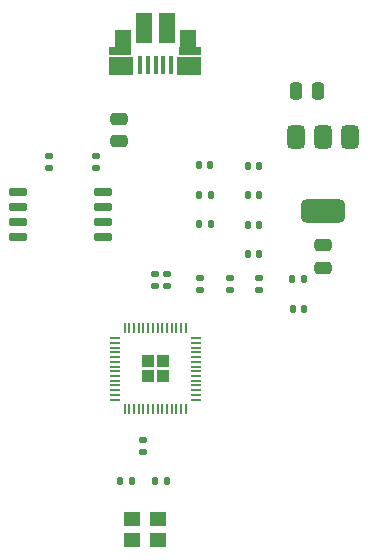
<source format=gtp>
G04 #@! TF.GenerationSoftware,KiCad,Pcbnew,8.0.9-1.fc41*
G04 #@! TF.CreationDate,2025-06-25T22:37:00-07:00*
G04 #@! TF.ProjectId,rp2040_custom_devboard,72703230-3430-45f6-9375-73746f6d5f64,rev?*
G04 #@! TF.SameCoordinates,Original*
G04 #@! TF.FileFunction,Paste,Top*
G04 #@! TF.FilePolarity,Positive*
%FSLAX46Y46*%
G04 Gerber Fmt 4.6, Leading zero omitted, Abs format (unit mm)*
G04 Created by KiCad (PCBNEW 8.0.9-1.fc41) date 2025-06-25 22:37:00*
%MOMM*%
%LPD*%
G01*
G04 APERTURE LIST*
G04 Aperture macros list*
%AMRoundRect*
0 Rectangle with rounded corners*
0 $1 Rounding radius*
0 $2 $3 $4 $5 $6 $7 $8 $9 X,Y pos of 4 corners*
0 Add a 4 corners polygon primitive as box body*
4,1,4,$2,$3,$4,$5,$6,$7,$8,$9,$2,$3,0*
0 Add four circle primitives for the rounded corners*
1,1,$1+$1,$2,$3*
1,1,$1+$1,$4,$5*
1,1,$1+$1,$6,$7*
1,1,$1+$1,$8,$9*
0 Add four rect primitives between the rounded corners*
20,1,$1+$1,$2,$3,$4,$5,0*
20,1,$1+$1,$4,$5,$6,$7,0*
20,1,$1+$1,$6,$7,$8,$9,0*
20,1,$1+$1,$8,$9,$2,$3,0*%
G04 Aperture macros list end*
%ADD10RoundRect,0.140000X0.170000X-0.140000X0.170000X0.140000X-0.170000X0.140000X-0.170000X-0.140000X0*%
%ADD11RoundRect,0.140000X0.140000X0.170000X-0.140000X0.170000X-0.140000X-0.170000X0.140000X-0.170000X0*%
%ADD12RoundRect,0.375000X-0.375000X0.625000X-0.375000X-0.625000X0.375000X-0.625000X0.375000X0.625000X0*%
%ADD13RoundRect,0.500000X-1.400000X0.500000X-1.400000X-0.500000X1.400000X-0.500000X1.400000X0.500000X0*%
%ADD14RoundRect,0.135000X0.185000X-0.135000X0.185000X0.135000X-0.185000X0.135000X-0.185000X-0.135000X0*%
%ADD15RoundRect,0.135000X-0.185000X0.135000X-0.185000X-0.135000X0.185000X-0.135000X0.185000X0.135000X0*%
%ADD16R,0.400000X1.650000*%
%ADD17R,1.825000X0.700000*%
%ADD18R,2.000000X1.500000*%
%ADD19R,1.350000X2.000000*%
%ADD20R,1.430000X2.500000*%
%ADD21RoundRect,0.250000X-0.292217X-0.292217X0.292217X-0.292217X0.292217X0.292217X-0.292217X0.292217X0*%
%ADD22RoundRect,0.050000X-0.387500X-0.050000X0.387500X-0.050000X0.387500X0.050000X-0.387500X0.050000X0*%
%ADD23RoundRect,0.050000X-0.050000X-0.387500X0.050000X-0.387500X0.050000X0.387500X-0.050000X0.387500X0*%
%ADD24R,1.400000X1.200000*%
%ADD25RoundRect,0.140000X-0.140000X-0.170000X0.140000X-0.170000X0.140000X0.170000X-0.140000X0.170000X0*%
%ADD26RoundRect,0.250000X-0.475000X0.250000X-0.475000X-0.250000X0.475000X-0.250000X0.475000X0.250000X0*%
%ADD27RoundRect,0.250000X0.475000X-0.250000X0.475000X0.250000X-0.475000X0.250000X-0.475000X-0.250000X0*%
%ADD28RoundRect,0.250000X-0.250000X-0.475000X0.250000X-0.475000X0.250000X0.475000X-0.250000X0.475000X0*%
%ADD29RoundRect,0.150000X-0.650000X-0.150000X0.650000X-0.150000X0.650000X0.150000X-0.650000X0.150000X0*%
G04 APERTURE END LIST*
D10*
X149300000Y-105300000D03*
X149300000Y-104340000D03*
D11*
X151800000Y-102300000D03*
X150840000Y-102300000D03*
X151780000Y-94800000D03*
X150820000Y-94800000D03*
D12*
X159500000Y-92350000D03*
X157200000Y-92350000D03*
D13*
X157200000Y-98650000D03*
D12*
X154900000Y-92350000D03*
D14*
X143000000Y-104990000D03*
X143000000Y-103970000D03*
D11*
X151800000Y-97300000D03*
X150840000Y-97300000D03*
D15*
X142000000Y-118000000D03*
X142000000Y-119020000D03*
D11*
X155600000Y-106900000D03*
X154640000Y-106900000D03*
X147700000Y-99750000D03*
X146740000Y-99750000D03*
X155560000Y-104400000D03*
X154600000Y-104400000D03*
D15*
X138000000Y-93980000D03*
X138000000Y-95000000D03*
D10*
X146800000Y-105300000D03*
X146800000Y-104340000D03*
D16*
X144325000Y-86265000D03*
X143675000Y-86265000D03*
X143025000Y-86265000D03*
X142375000Y-86265000D03*
X141725000Y-86265000D03*
D17*
X145975000Y-85065000D03*
D18*
X145875000Y-86365000D03*
D19*
X145755000Y-84315000D03*
D20*
X143985000Y-83115000D03*
X142065000Y-83115000D03*
D19*
X140275000Y-84315000D03*
D18*
X140125000Y-86385000D03*
D17*
X140025000Y-85065000D03*
D15*
X134000000Y-93980000D03*
X134000000Y-95000000D03*
D11*
X151800000Y-99800000D03*
X150840000Y-99800000D03*
D14*
X144000000Y-105000000D03*
X144000000Y-103980000D03*
D21*
X142362500Y-111362500D03*
X142362500Y-112637500D03*
X143637500Y-111362500D03*
X143637500Y-112637500D03*
D22*
X139562500Y-109400000D03*
X139562500Y-109800000D03*
X139562500Y-110200000D03*
X139562500Y-110600000D03*
X139562500Y-111000000D03*
X139562500Y-111400000D03*
X139562500Y-111800000D03*
X139562500Y-112200000D03*
X139562500Y-112600000D03*
X139562500Y-113000000D03*
X139562500Y-113400000D03*
X139562500Y-113800000D03*
X139562500Y-114200000D03*
X139562500Y-114600000D03*
D23*
X140400000Y-115437500D03*
X140800000Y-115437500D03*
X141200000Y-115437500D03*
X141600000Y-115437500D03*
X142000000Y-115437500D03*
X142400000Y-115437500D03*
X142800000Y-115437500D03*
X143200000Y-115437500D03*
X143600000Y-115437500D03*
X144000000Y-115437500D03*
X144400000Y-115437500D03*
X144800000Y-115437500D03*
X145200000Y-115437500D03*
X145600000Y-115437500D03*
D22*
X146437500Y-114600000D03*
X146437500Y-114200000D03*
X146437500Y-113800000D03*
X146437500Y-113400000D03*
X146437500Y-113000000D03*
X146437500Y-112600000D03*
X146437500Y-112200000D03*
X146437500Y-111800000D03*
X146437500Y-111400000D03*
X146437500Y-111000000D03*
X146437500Y-110600000D03*
X146437500Y-110200000D03*
X146437500Y-109800000D03*
X146437500Y-109400000D03*
D23*
X145600000Y-108562500D03*
X145200000Y-108562500D03*
X144800000Y-108562500D03*
X144400000Y-108562500D03*
X144000000Y-108562500D03*
X143600000Y-108562500D03*
X143200000Y-108562500D03*
X142800000Y-108562500D03*
X142400000Y-108562500D03*
X142000000Y-108562500D03*
X141600000Y-108562500D03*
X141200000Y-108562500D03*
X140800000Y-108562500D03*
X140400000Y-108562500D03*
D24*
X141000000Y-126450000D03*
X143200000Y-126450000D03*
X143200000Y-124750000D03*
X141000000Y-124750000D03*
D11*
X147680000Y-94750000D03*
X146720000Y-94750000D03*
D25*
X140040000Y-121500000D03*
X141000000Y-121500000D03*
D11*
X143980000Y-121500000D03*
X143020000Y-121500000D03*
D26*
X157200000Y-101550000D03*
X157200000Y-103450000D03*
D27*
X139900000Y-92700000D03*
X139900000Y-90800000D03*
D10*
X151800000Y-105300000D03*
X151800000Y-104340000D03*
D11*
X147700000Y-97250000D03*
X146740000Y-97250000D03*
D28*
X154900000Y-88500000D03*
X156800000Y-88500000D03*
D29*
X131400000Y-97000000D03*
X131400000Y-98270000D03*
X131400000Y-99540000D03*
X131400000Y-100810000D03*
X138600000Y-100810000D03*
X138600000Y-99540000D03*
X138600000Y-98270000D03*
X138600000Y-97000000D03*
M02*

</source>
